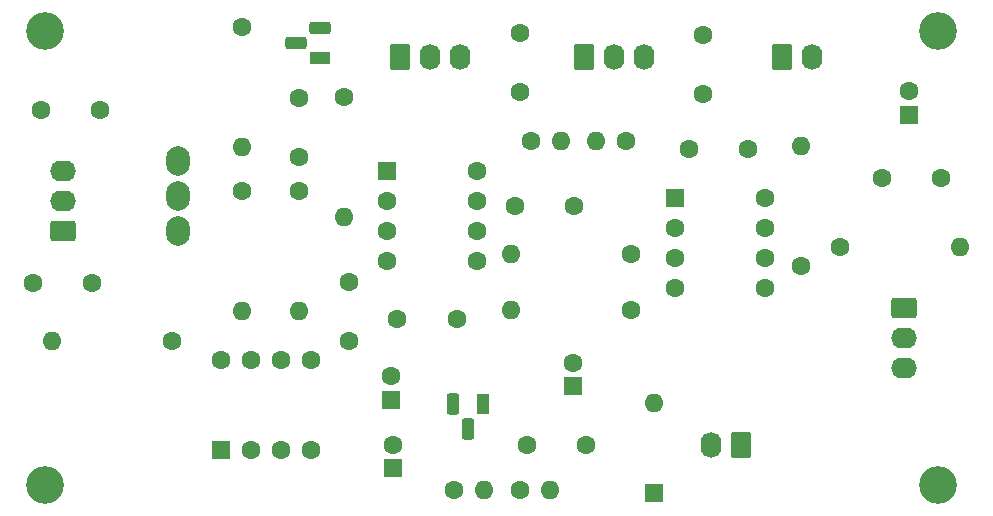
<source format=gbr>
%TF.GenerationSoftware,KiCad,Pcbnew,9.0.0*%
%TF.CreationDate,2026-02-26T12:38:33+00:00*%
%TF.ProjectId,GuitarMixer,47756974-6172-44d6-9978-65722e6b6963,V1.3*%
%TF.SameCoordinates,Original*%
%TF.FileFunction,Soldermask,Bot*%
%TF.FilePolarity,Negative*%
%FSLAX46Y46*%
G04 Gerber Fmt 4.6, Leading zero omitted, Abs format (unit mm)*
G04 Created by KiCad (PCBNEW 9.0.0) date 2026-02-26 12:38:33*
%MOMM*%
%LPD*%
G01*
G04 APERTURE LIST*
G04 Aperture macros list*
%AMRoundRect*
0 Rectangle with rounded corners*
0 $1 Rounding radius*
0 $2 $3 $4 $5 $6 $7 $8 $9 X,Y pos of 4 corners*
0 Add a 4 corners polygon primitive as box body*
4,1,4,$2,$3,$4,$5,$6,$7,$8,$9,$2,$3,0*
0 Add four circle primitives for the rounded corners*
1,1,$1+$1,$2,$3*
1,1,$1+$1,$4,$5*
1,1,$1+$1,$6,$7*
1,1,$1+$1,$8,$9*
0 Add four rect primitives between the rounded corners*
20,1,$1+$1,$2,$3,$4,$5,0*
20,1,$1+$1,$4,$5,$6,$7,0*
20,1,$1+$1,$6,$7,$8,$9,0*
20,1,$1+$1,$8,$9,$2,$3,0*%
G04 Aperture macros list end*
%ADD10C,1.600000*%
%ADD11O,1.600000X1.600000*%
%ADD12R,1.600000X1.600000*%
%ADD13C,3.200000*%
%ADD14RoundRect,0.250000X-0.550000X-0.550000X0.550000X-0.550000X0.550000X0.550000X-0.550000X0.550000X0*%
%ADD15RoundRect,0.250000X-0.620000X-0.845000X0.620000X-0.845000X0.620000X0.845000X-0.620000X0.845000X0*%
%ADD16O,1.740000X2.190000*%
%ADD17RoundRect,0.250000X0.845000X-0.620000X0.845000X0.620000X-0.845000X0.620000X-0.845000X-0.620000X0*%
%ADD18O,2.190000X1.740000*%
%ADD19RoundRect,0.250000X-0.845000X0.620000X-0.845000X-0.620000X0.845000X-0.620000X0.845000X0.620000X0*%
%ADD20R,1.800000X1.100000*%
%ADD21RoundRect,0.275000X0.625000X-0.275000X0.625000X0.275000X-0.625000X0.275000X-0.625000X-0.275000X0*%
%ADD22RoundRect,0.250000X0.550000X-0.550000X0.550000X0.550000X-0.550000X0.550000X-0.550000X-0.550000X0*%
%ADD23O,2.000000X2.500000*%
%ADD24RoundRect,0.250000X0.620000X0.845000X-0.620000X0.845000X-0.620000X-0.845000X0.620000X-0.845000X0*%
%ADD25R,1.100000X1.800000*%
%ADD26RoundRect,0.275000X0.275000X0.625000X-0.275000X0.625000X-0.275000X-0.625000X0.275000X-0.625000X0*%
G04 APERTURE END LIST*
D10*
%TO.C,C2*%
X180945000Y-86500000D03*
X185945000Y-86500000D03*
%TD*%
%TO.C,R108*%
X151230000Y-83400000D03*
D11*
X153770000Y-83400000D03*
%TD*%
D12*
%TO.C,C5*%
X154825000Y-104150000D03*
D10*
X154825000Y-102150000D03*
%TD*%
D12*
%TO.C,C3*%
X183195000Y-81155113D03*
D10*
X183195000Y-79155113D03*
%TD*%
%TO.C,C8*%
X144925000Y-98450000D03*
X139925000Y-98450000D03*
%TD*%
%TO.C,C105*%
X150275000Y-79250000D03*
X150275000Y-74250000D03*
%TD*%
D13*
%TO.C,REF\u002A\u002A*%
X110075000Y-112500000D03*
%TD*%
D10*
%TO.C,C4*%
X155915000Y-109150000D03*
X150915000Y-109150000D03*
%TD*%
%TO.C,C101*%
X109075000Y-95450000D03*
X114075000Y-95450000D03*
%TD*%
%TO.C,C205*%
X165775000Y-79450000D03*
X165775000Y-74450000D03*
%TD*%
D12*
%TO.C,D1*%
X161625000Y-113160000D03*
D11*
X161625000Y-105540000D03*
%TD*%
D10*
%TO.C,C9*%
X169585000Y-84070000D03*
X164585000Y-84070000D03*
%TD*%
%TO.C,R1011*%
X126775000Y-73780000D03*
D11*
X126775000Y-83940000D03*
%TD*%
D10*
%TO.C,R2*%
X159705000Y-97700000D03*
D11*
X149545000Y-97700000D03*
%TD*%
D10*
%TO.C,R4*%
X174125000Y-94010000D03*
D11*
X174125000Y-83850000D03*
%TD*%
D10*
%TO.C,C203*%
X135825000Y-100350000D03*
X135825000Y-95350000D03*
%TD*%
D14*
%TO.C,U2*%
X163405000Y-88230000D03*
D10*
X163405000Y-90770000D03*
X163405000Y-93310000D03*
X163405000Y-95850000D03*
X171025000Y-95850000D03*
X171025000Y-93310000D03*
X171025000Y-90770000D03*
X171025000Y-88230000D03*
%TD*%
D15*
%TO.C,J5*%
X172455000Y-76300000D03*
D16*
X174995000Y-76300000D03*
%TD*%
D10*
%TO.C,C1*%
X154835000Y-88920000D03*
X149835000Y-88920000D03*
%TD*%
%TO.C,R3*%
X177415000Y-92400000D03*
D11*
X187575000Y-92400000D03*
%TD*%
D17*
%TO.C,J1*%
X111645000Y-91000000D03*
D18*
X111645000Y-88460000D03*
X111645000Y-85920000D03*
%TD*%
D10*
%TO.C,R201*%
X120875000Y-100350000D03*
D11*
X110715000Y-100350000D03*
%TD*%
D19*
%TO.C,J6*%
X182845000Y-97570000D03*
D18*
X182845000Y-100110000D03*
X182845000Y-102650000D03*
%TD*%
D10*
%TO.C,C102*%
X109775000Y-80750000D03*
X114775000Y-80750000D03*
%TD*%
%TO.C,R1*%
X159705000Y-92970000D03*
D11*
X149545000Y-92970000D03*
%TD*%
D10*
%TO.C,R208*%
X159300000Y-83400000D03*
D11*
X156760000Y-83400000D03*
%TD*%
D10*
%TO.C,R6*%
X144685000Y-112900000D03*
D11*
X147225000Y-112900000D03*
%TD*%
D10*
%TO.C,R102*%
X131625000Y-87600000D03*
D11*
X131625000Y-97760000D03*
%TD*%
D10*
%TO.C,R1012*%
X126775000Y-87600000D03*
D11*
X126775000Y-97760000D03*
%TD*%
D13*
%TO.C,REF\u002A\u002A*%
X185725000Y-74050000D03*
%TD*%
D10*
%TO.C,R5*%
X150275000Y-112900000D03*
D11*
X152815000Y-112900000D03*
%TD*%
D20*
%TO.C,Q1*%
X133395000Y-76400000D03*
D21*
X131325000Y-75130000D03*
X133395000Y-73860000D03*
%TD*%
D13*
%TO.C,REF\u002A\u002A*%
X110075000Y-74050000D03*
%TD*%
D12*
%TO.C,C7*%
X139575000Y-111100000D03*
D10*
X139575000Y-109100000D03*
%TD*%
D14*
%TO.C,U1*%
X139005000Y-85910000D03*
D10*
X139005000Y-88450000D03*
X139005000Y-90990000D03*
X139005000Y-93530000D03*
X146625000Y-93530000D03*
X146625000Y-90990000D03*
X146625000Y-88450000D03*
X146625000Y-85910000D03*
%TD*%
D22*
%TO.C,U4*%
X124995000Y-109550000D03*
D10*
X127535000Y-109550000D03*
X130075000Y-109550000D03*
X132615000Y-109550000D03*
X132615000Y-101930000D03*
X130075000Y-101930000D03*
X127535000Y-101930000D03*
X124995000Y-101930000D03*
%TD*%
D15*
%TO.C,J2*%
X140175000Y-76300000D03*
D16*
X142715000Y-76300000D03*
X145255000Y-76300000D03*
%TD*%
D23*
%TO.C,SW1*%
X121375000Y-91050000D03*
X121375000Y-88050000D03*
X121375000Y-85050000D03*
%TD*%
D15*
%TO.C,J3*%
X155715000Y-76300000D03*
D16*
X158255000Y-76300000D03*
X160795000Y-76300000D03*
%TD*%
D12*
%TO.C,C6*%
X139375000Y-105300000D03*
D10*
X139375000Y-103300000D03*
%TD*%
D24*
%TO.C,J4*%
X169015000Y-109150000D03*
D16*
X166475000Y-109150000D03*
%TD*%
D25*
%TO.C,U3*%
X147195000Y-105700000D03*
D26*
X145925000Y-107770000D03*
X144655000Y-105700000D03*
%TD*%
D13*
%TO.C,REF\u002A\u002A*%
X185725000Y-112500000D03*
%TD*%
D10*
%TO.C,R103*%
X135425000Y-79670000D03*
D11*
X135425000Y-89830000D03*
%TD*%
D10*
%TO.C,C103*%
X131575000Y-84730000D03*
X131575000Y-79730000D03*
%TD*%
M02*

</source>
